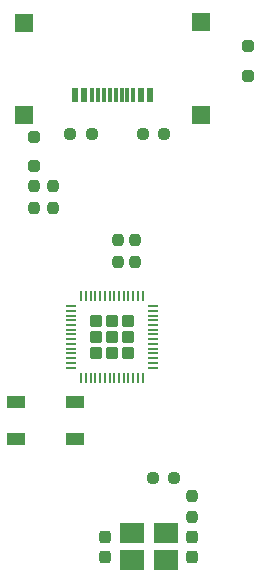
<source format=gtp>
%TF.GenerationSoftware,KiCad,Pcbnew,7.0.2-6a45011f42~172~ubuntu22.04.1*%
%TF.CreationDate,2023-05-03T21:07:19-04:00*%
%TF.ProjectId,RP2040_DevBoard_v2,52503230-3430-45f4-9465-76426f617264,-*%
%TF.SameCoordinates,Original*%
%TF.FileFunction,Paste,Top*%
%TF.FilePolarity,Positive*%
%FSLAX46Y46*%
G04 Gerber Fmt 4.6, Leading zero omitted, Abs format (unit mm)*
G04 Created by KiCad (PCBNEW 7.0.2-6a45011f42~172~ubuntu22.04.1) date 2023-05-03 21:07:19*
%MOMM*%
%LPD*%
G01*
G04 APERTURE LIST*
G04 Aperture macros list*
%AMRoundRect*
0 Rectangle with rounded corners*
0 $1 Rounding radius*
0 $2 $3 $4 $5 $6 $7 $8 $9 X,Y pos of 4 corners*
0 Add a 4 corners polygon primitive as box body*
4,1,4,$2,$3,$4,$5,$6,$7,$8,$9,$2,$3,0*
0 Add four circle primitives for the rounded corners*
1,1,$1+$1,$2,$3*
1,1,$1+$1,$4,$5*
1,1,$1+$1,$6,$7*
1,1,$1+$1,$8,$9*
0 Add four rect primitives between the rounded corners*
20,1,$1+$1,$2,$3,$4,$5,0*
20,1,$1+$1,$4,$5,$6,$7,0*
20,1,$1+$1,$6,$7,$8,$9,0*
20,1,$1+$1,$8,$9,$2,$3,0*%
G04 Aperture macros list end*
%ADD10RoundRect,0.237500X-0.237500X0.250000X-0.237500X-0.250000X0.237500X-0.250000X0.237500X0.250000X0*%
%ADD11R,1.500000X1.500000*%
%ADD12R,1.600000X1.000000*%
%ADD13RoundRect,0.237500X0.237500X-0.250000X0.237500X0.250000X-0.237500X0.250000X-0.237500X-0.250000X0*%
%ADD14R,0.600000X1.150000*%
%ADD15R,0.300000X1.150000*%
%ADD16RoundRect,0.237500X-0.250000X-0.237500X0.250000X-0.237500X0.250000X0.237500X-0.250000X0.237500X0*%
%ADD17R,2.100000X1.800000*%
%ADD18RoundRect,0.250000X0.250000X-0.250000X0.250000X0.250000X-0.250000X0.250000X-0.250000X-0.250000X0*%
%ADD19RoundRect,0.250000X-0.285000X-0.285000X0.285000X-0.285000X0.285000X0.285000X-0.285000X0.285000X0*%
%ADD20RoundRect,0.050000X-0.350000X-0.050000X0.350000X-0.050000X0.350000X0.050000X-0.350000X0.050000X0*%
%ADD21RoundRect,0.050000X-0.050000X-0.350000X0.050000X-0.350000X0.050000X0.350000X-0.050000X0.350000X0*%
%ADD22RoundRect,0.237500X0.250000X0.237500X-0.250000X0.237500X-0.250000X-0.237500X0.250000X-0.237500X0*%
%ADD23RoundRect,0.237500X0.237500X-0.300000X0.237500X0.300000X-0.237500X0.300000X-0.237500X-0.300000X0*%
%ADD24RoundRect,0.250000X-0.250000X0.250000X-0.250000X-0.250000X0.250000X-0.250000X0.250000X0.250000X0*%
%ADD25RoundRect,0.237500X-0.237500X0.300000X-0.237500X-0.300000X0.237500X-0.300000X0.237500X0.300000X0*%
G04 APERTURE END LIST*
D10*
%TO.C,R4*%
X162585400Y-104700700D03*
X162585400Y-106525700D03*
%TD*%
D11*
%TO.C,SW1*%
X160172400Y-98669600D03*
X160172400Y-90869600D03*
%TD*%
D12*
%TO.C,D2*%
X159425000Y-122961600D03*
X159425000Y-126161600D03*
X164425000Y-126161600D03*
X164425000Y-122961600D03*
%TD*%
D13*
%TO.C,R1*%
X161010600Y-106525700D03*
X161010600Y-104700700D03*
%TD*%
%TO.C,R7*%
X169545000Y-111125000D03*
X169545000Y-109300000D03*
%TD*%
%TO.C,R8*%
X168051000Y-111125000D03*
X168051000Y-109300000D03*
%TD*%
D14*
%TO.C,J3*%
X170840000Y-97025000D03*
X170040000Y-97025000D03*
D15*
X168890000Y-97025000D03*
X167890000Y-97025000D03*
X167390000Y-97025000D03*
X166390000Y-97025000D03*
D14*
X165240000Y-97025000D03*
X164440000Y-97025000D03*
X164440000Y-97025000D03*
X165240000Y-97025000D03*
D15*
X165890000Y-97025000D03*
X166890000Y-97025000D03*
X168390000Y-97025000D03*
X169390000Y-97025000D03*
D14*
X170040000Y-97025000D03*
X170840000Y-97025000D03*
%TD*%
D11*
%TO.C,SW2*%
X175107600Y-98655800D03*
X175107600Y-90855800D03*
%TD*%
D10*
%TO.C,R3*%
X174371000Y-130913500D03*
X174371000Y-132738500D03*
%TD*%
D16*
%TO.C,R5*%
X170180000Y-100330000D03*
X172005000Y-100330000D03*
%TD*%
D17*
%TO.C,Y1*%
X169238000Y-136405000D03*
X172138000Y-136405000D03*
X172138000Y-134105000D03*
X169238000Y-134105000D03*
%TD*%
D18*
%TO.C,D3*%
X179070000Y-95357000D03*
X179070000Y-92857000D03*
%TD*%
D19*
%TO.C,U2*%
X166250000Y-116145000D03*
X166250000Y-117475000D03*
X166250000Y-118805000D03*
X167580000Y-116145000D03*
X167580000Y-117475000D03*
X167580000Y-118805000D03*
X168910000Y-116145000D03*
X168910000Y-117475000D03*
X168910000Y-118805000D03*
D20*
X164130000Y-114875000D03*
X164130000Y-115275000D03*
X164130000Y-115675000D03*
X164130000Y-116075000D03*
X164130000Y-116475000D03*
X164130000Y-116875000D03*
X164130000Y-117275000D03*
X164130000Y-117675000D03*
X164130000Y-118075000D03*
X164130000Y-118475000D03*
X164130000Y-118875000D03*
X164130000Y-119275000D03*
X164130000Y-119675000D03*
X164130000Y-120075000D03*
D21*
X164980000Y-120925000D03*
X165380000Y-120925000D03*
X165780000Y-120925000D03*
X166180000Y-120925000D03*
X166580000Y-120925000D03*
X166980000Y-120925000D03*
X167380000Y-120925000D03*
X167780000Y-120925000D03*
X168180000Y-120925000D03*
X168580000Y-120925000D03*
X168980000Y-120925000D03*
X169380000Y-120925000D03*
X169780000Y-120925000D03*
X170180000Y-120925000D03*
D20*
X171030000Y-120075000D03*
X171030000Y-119675000D03*
X171030000Y-119275000D03*
X171030000Y-118875000D03*
X171030000Y-118475000D03*
X171030000Y-118075000D03*
X171030000Y-117675000D03*
X171030000Y-117275000D03*
X171030000Y-116875000D03*
X171030000Y-116475000D03*
X171030000Y-116075000D03*
X171030000Y-115675000D03*
X171030000Y-115275000D03*
X171030000Y-114875000D03*
D21*
X170180000Y-114025000D03*
X169780000Y-114025000D03*
X169380000Y-114025000D03*
X168980000Y-114025000D03*
X168580000Y-114025000D03*
X168180000Y-114025000D03*
X167780000Y-114025000D03*
X167380000Y-114025000D03*
X166980000Y-114025000D03*
X166580000Y-114025000D03*
X166180000Y-114025000D03*
X165780000Y-114025000D03*
X165380000Y-114025000D03*
X164980000Y-114025000D03*
%TD*%
D22*
%TO.C,R2*%
X172845100Y-129413000D03*
X171020100Y-129413000D03*
%TD*%
%TO.C,R6*%
X165862000Y-100330000D03*
X164037000Y-100330000D03*
%TD*%
D23*
%TO.C,C16*%
X167005000Y-136117500D03*
X167005000Y-134392500D03*
%TD*%
D24*
%TO.C,D1*%
X160985200Y-100527800D03*
X160985200Y-103027800D03*
%TD*%
D25*
%TO.C,C17*%
X174371000Y-134392500D03*
X174371000Y-136117500D03*
%TD*%
M02*

</source>
